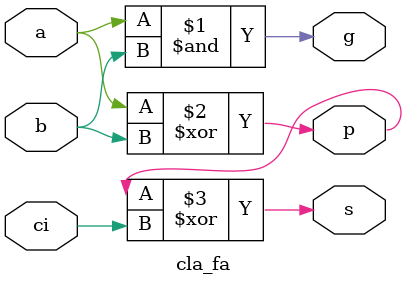
<source format=v>


module cla_fa (
    input             a,
    input             b,
    input             ci,

    output            g,
    output            p,
    output            s
);

assign g = a & b;
assign p = a ^ b;
assign s = p ^ ci;

endmodule

</source>
